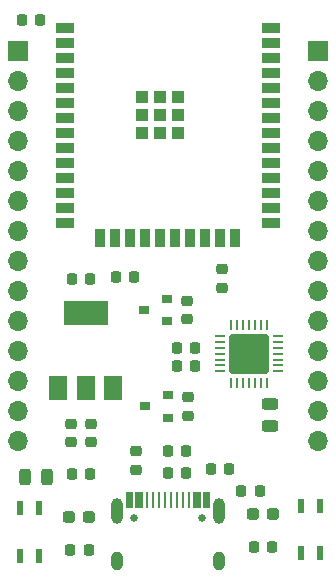
<source format=gbr>
%TF.GenerationSoftware,KiCad,Pcbnew,(5.99.0-12972-g3d2ffc12c1)*%
%TF.CreationDate,2021-12-01T23:42:46+01:00*%
%TF.ProjectId,ESP32_CP2102,45535033-325f-4435-9032-3130322e6b69,rev?*%
%TF.SameCoordinates,Original*%
%TF.FileFunction,Soldermask,Top*%
%TF.FilePolarity,Negative*%
%FSLAX46Y46*%
G04 Gerber Fmt 4.6, Leading zero omitted, Abs format (unit mm)*
G04 Created by KiCad (PCBNEW (5.99.0-12972-g3d2ffc12c1)) date 2021-12-01 23:42:46*
%MOMM*%
%LPD*%
G01*
G04 APERTURE LIST*
G04 Aperture macros list*
%AMRoundRect*
0 Rectangle with rounded corners*
0 $1 Rounding radius*
0 $2 $3 $4 $5 $6 $7 $8 $9 X,Y pos of 4 corners*
0 Add a 4 corners polygon primitive as box body*
4,1,4,$2,$3,$4,$5,$6,$7,$8,$9,$2,$3,0*
0 Add four circle primitives for the rounded corners*
1,1,$1+$1,$2,$3*
1,1,$1+$1,$4,$5*
1,1,$1+$1,$6,$7*
1,1,$1+$1,$8,$9*
0 Add four rect primitives between the rounded corners*
20,1,$1+$1,$2,$3,$4,$5,0*
20,1,$1+$1,$4,$5,$6,$7,0*
20,1,$1+$1,$6,$7,$8,$9,0*
20,1,$1+$1,$8,$9,$2,$3,0*%
G04 Aperture macros list end*
%ADD10RoundRect,0.062500X0.062500X-0.337500X0.062500X0.337500X-0.062500X0.337500X-0.062500X-0.337500X0*%
%ADD11RoundRect,0.062500X0.337500X-0.062500X0.337500X0.062500X-0.337500X0.062500X-0.337500X-0.062500X0*%
%ADD12RoundRect,0.250000X1.425000X-1.425000X1.425000X1.425000X-1.425000X1.425000X-1.425000X-1.425000X0*%
%ADD13RoundRect,0.218750X-0.218750X-0.256250X0.218750X-0.256250X0.218750X0.256250X-0.218750X0.256250X0*%
%ADD14R,0.900000X0.800000*%
%ADD15RoundRect,0.218750X-0.256250X0.218750X-0.256250X-0.218750X0.256250X-0.218750X0.256250X0.218750X0*%
%ADD16R,1.700000X1.700000*%
%ADD17O,1.700000X1.700000*%
%ADD18R,1.500000X2.000000*%
%ADD19R,3.800000X2.000000*%
%ADD20RoundRect,0.218750X0.218750X0.256250X-0.218750X0.256250X-0.218750X-0.256250X0.218750X-0.256250X0*%
%ADD21RoundRect,0.218750X0.256250X-0.218750X0.256250X0.218750X-0.256250X0.218750X-0.256250X-0.218750X0*%
%ADD22R,0.508000X1.193800*%
%ADD23RoundRect,0.243750X0.243750X0.456250X-0.243750X0.456250X-0.243750X-0.456250X0.243750X-0.456250X0*%
%ADD24RoundRect,0.243750X-0.456250X0.243750X-0.456250X-0.243750X0.456250X-0.243750X0.456250X0.243750X0*%
%ADD25RoundRect,0.237500X-0.287500X-0.237500X0.287500X-0.237500X0.287500X0.237500X-0.287500X0.237500X0*%
%ADD26R,1.500000X0.900000*%
%ADD27R,0.900000X1.500000*%
%ADD28R,1.050000X1.050000*%
%ADD29C,0.670000*%
%ADD30R,0.300000X1.450000*%
%ADD31R,0.250000X1.450000*%
%ADD32RoundRect,0.500000X0.000000X-0.300000X0.000000X-0.300000X0.000000X0.300000X0.000000X0.300000X0*%
%ADD33RoundRect,0.500000X0.000000X-0.600000X0.000000X-0.600000X0.000000X0.600000X0.000000X0.600000X0*%
%ADD34RoundRect,0.237500X0.287500X0.237500X-0.287500X0.237500X-0.287500X-0.237500X0.287500X-0.237500X0*%
G04 APERTURE END LIST*
D10*
%TO.C,U103*%
X106958000Y-111924000D03*
X107458000Y-111924000D03*
X107958000Y-111924000D03*
X108458000Y-111924000D03*
X108958000Y-111924000D03*
X109458000Y-111924000D03*
X109958000Y-111924000D03*
D11*
X110908000Y-110974000D03*
X110908000Y-110474000D03*
X110908000Y-109974000D03*
X110908000Y-109474000D03*
X110908000Y-108974000D03*
X110908000Y-108474000D03*
X110908000Y-107974000D03*
D10*
X109958000Y-107024000D03*
X109458000Y-107024000D03*
X108958000Y-107024000D03*
X108458000Y-107024000D03*
X107958000Y-107024000D03*
X107458000Y-107024000D03*
X106958000Y-107024000D03*
D11*
X106008000Y-107974000D03*
X106008000Y-108474000D03*
X106008000Y-108974000D03*
X106008000Y-109474000D03*
X106008000Y-109974000D03*
X106008000Y-110474000D03*
X106008000Y-110974000D03*
D12*
X108458000Y-109474000D03*
%TD*%
D13*
%TO.C,R105*%
X101562500Y-117700000D03*
X103137500Y-117700000D03*
%TD*%
D14*
%TO.C,Q102*%
X101546600Y-106715600D03*
X101546600Y-104815600D03*
X99546600Y-105765600D03*
%TD*%
D13*
%TO.C,R106*%
X107812500Y-121100000D03*
X109387500Y-121100000D03*
%TD*%
D15*
%TO.C,R112*%
X106172000Y-102336500D03*
X106172000Y-103911500D03*
%TD*%
D16*
%TO.C,J103*%
X114300000Y-83820000D03*
D17*
X114300000Y-86360000D03*
X114300000Y-88900000D03*
X114300000Y-91440000D03*
X114300000Y-93980000D03*
X114300000Y-96520000D03*
X114300000Y-99060000D03*
X114300000Y-101600000D03*
X114300000Y-104140000D03*
X114300000Y-106680000D03*
X114300000Y-109220000D03*
X114300000Y-111760000D03*
X114300000Y-114300000D03*
X114300000Y-116840000D03*
%TD*%
D18*
%TO.C,U101*%
X92315000Y-112370000D03*
D19*
X94615000Y-106070000D03*
D18*
X94615000Y-112370000D03*
X96915000Y-112370000D03*
%TD*%
D20*
%TO.C,C104*%
X110437500Y-125874000D03*
X108862500Y-125874000D03*
%TD*%
D21*
%TO.C,D102*%
X93345000Y-116992500D03*
X93345000Y-115417500D03*
%TD*%
D22*
%TO.C,EN101*%
X89095000Y-122583400D03*
X89095000Y-126596600D03*
X90705000Y-122583400D03*
X90705000Y-126596600D03*
%TD*%
D13*
%TO.C,R111*%
X97162500Y-103000000D03*
X98737500Y-103000000D03*
%TD*%
%TO.C,R104*%
X101562500Y-119600000D03*
X103137500Y-119600000D03*
%TD*%
%TO.C,R110*%
X102336500Y-108966000D03*
X103911500Y-108966000D03*
%TD*%
D23*
%TO.C,C101*%
X91361500Y-119888000D03*
X89486500Y-119888000D03*
%TD*%
D24*
%TO.C,C106*%
X110250000Y-113762500D03*
X110250000Y-115637500D03*
%TD*%
D15*
%TO.C,R108*%
X103225600Y-104978100D03*
X103225600Y-106553100D03*
%TD*%
D22*
%TO.C,BOOT101*%
X112845000Y-126356600D03*
X112845000Y-122343400D03*
X114455000Y-122343400D03*
X114455000Y-126356600D03*
%TD*%
D25*
%TO.C,R114*%
X94949117Y-123347094D03*
X93199117Y-123347094D03*
%TD*%
D26*
%TO.C,U102*%
X92850000Y-81890000D03*
X92850000Y-83160000D03*
X92850000Y-84430000D03*
X92850000Y-85700000D03*
X92850000Y-86970000D03*
X92850000Y-88240000D03*
X92850000Y-89510000D03*
X92850000Y-90780000D03*
X92850000Y-92050000D03*
X92850000Y-93320000D03*
X92850000Y-94590000D03*
X92850000Y-95860000D03*
X92850000Y-97130000D03*
X92850000Y-98400000D03*
D27*
X95880000Y-99650000D03*
X97150000Y-99650000D03*
X98420000Y-99650000D03*
X99690000Y-99650000D03*
X100960000Y-99650000D03*
X102230000Y-99650000D03*
X103500000Y-99650000D03*
X104770000Y-99650000D03*
X106040000Y-99650000D03*
X107310000Y-99650000D03*
D26*
X110350000Y-98400000D03*
X110350000Y-97130000D03*
X110350000Y-95860000D03*
X110350000Y-94590000D03*
X110350000Y-93320000D03*
X110350000Y-92050000D03*
X110350000Y-90780000D03*
X110350000Y-89510000D03*
X110350000Y-88240000D03*
X110350000Y-86970000D03*
X110350000Y-85700000D03*
X110350000Y-84430000D03*
X110350000Y-83160000D03*
X110350000Y-81890000D03*
D28*
X100920000Y-89230000D03*
X100920000Y-87705000D03*
X102445000Y-87705000D03*
X100920000Y-90755000D03*
X102445000Y-90755000D03*
X102445000Y-89230000D03*
X99395000Y-89230000D03*
X99395000Y-87705000D03*
X99395000Y-90755000D03*
%TD*%
D21*
%TO.C,R101*%
X98850000Y-119287500D03*
X98850000Y-117712500D03*
%TD*%
D13*
%TO.C,C102*%
X93446500Y-119634000D03*
X95021500Y-119634000D03*
%TD*%
D15*
%TO.C,R103*%
X95060000Y-115417500D03*
X95060000Y-116992500D03*
%TD*%
D29*
%TO.C,J101*%
X104500000Y-123350000D03*
X98700000Y-123350000D03*
D30*
X98200000Y-121900000D03*
X99000000Y-121900000D03*
D31*
X100350000Y-121900000D03*
X101350000Y-121900000D03*
X101850000Y-121900000D03*
X102850000Y-121900000D03*
D30*
X104200000Y-121900000D03*
X105000000Y-121900000D03*
X104700000Y-121900000D03*
X103900000Y-121900000D03*
D31*
X103350000Y-121900000D03*
X102350000Y-121900000D03*
X100850000Y-121900000D03*
X99850000Y-121900000D03*
D30*
X99300000Y-121900000D03*
X98500000Y-121900000D03*
D32*
X105920000Y-127000000D03*
X97280000Y-127000000D03*
D33*
X97280000Y-122820000D03*
X105920000Y-122820000D03*
%TD*%
D14*
%TO.C,Q101*%
X101634800Y-114894400D03*
X101634800Y-112994400D03*
X99634800Y-113944400D03*
%TD*%
D13*
%TO.C,C107*%
X93446500Y-103124000D03*
X95021500Y-103124000D03*
%TD*%
D16*
%TO.C,J102*%
X88900000Y-83820000D03*
D17*
X88900000Y-86360000D03*
X88900000Y-88900000D03*
X88900000Y-91440000D03*
X88900000Y-93980000D03*
X88900000Y-96520000D03*
X88900000Y-99060000D03*
X88900000Y-101600000D03*
X88900000Y-104140000D03*
X88900000Y-106680000D03*
X88900000Y-109220000D03*
X88900000Y-111760000D03*
X88900000Y-114300000D03*
X88900000Y-116840000D03*
%TD*%
D13*
%TO.C,R109*%
X102336500Y-110490000D03*
X103911500Y-110490000D03*
%TD*%
%TO.C,R102*%
X105212500Y-119250000D03*
X106787500Y-119250000D03*
%TD*%
D34*
%TO.C,R113*%
X110525000Y-123080000D03*
X108775000Y-123080000D03*
%TD*%
D13*
%TO.C,C105*%
X94900000Y-126114000D03*
X93325000Y-126114000D03*
%TD*%
D20*
%TO.C,C103*%
X90787500Y-81200000D03*
X89212500Y-81200000D03*
%TD*%
D15*
%TO.C,R107*%
X103313800Y-113156900D03*
X103313800Y-114731900D03*
%TD*%
M02*

</source>
